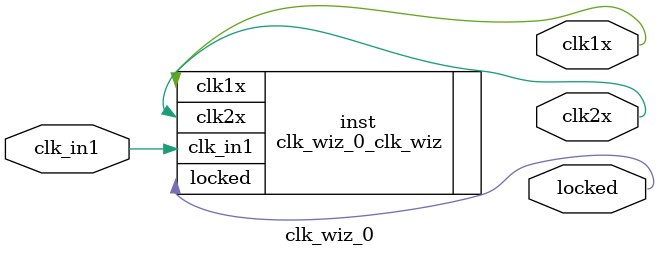
<source format=v>


`timescale 1ps/1ps

(* CORE_GENERATION_INFO = "clk_wiz_0,clk_wiz_v6_0_5_0_0,{component_name=clk_wiz_0,use_phase_alignment=true,use_min_o_jitter=false,use_max_i_jitter=false,use_dyn_phase_shift=false,use_inclk_switchover=false,use_dyn_reconfig=false,enable_axi=0,feedback_source=FDBK_AUTO,PRIMITIVE=MMCM,num_out_clk=2,clkin1_period=20.000,clkin2_period=10.0,use_power_down=false,use_reset=false,use_locked=true,use_inclk_stopped=false,feedback_type=SINGLE,CLOCK_MGR_TYPE=NA,manual_override=false}" *)

module clk_wiz_0 
 (
  // Clock out ports
  output        clk1x,
  output        clk2x,
  // Status and control signals
  output        locked,
 // Clock in ports
  input         clk_in1
 );

  clk_wiz_0_clk_wiz inst
  (
  // Clock out ports  
  .clk1x(clk1x),
  .clk2x(clk2x),
  // Status and control signals               
  .locked(locked),
 // Clock in ports
  .clk_in1(clk_in1)
  );

endmodule

</source>
